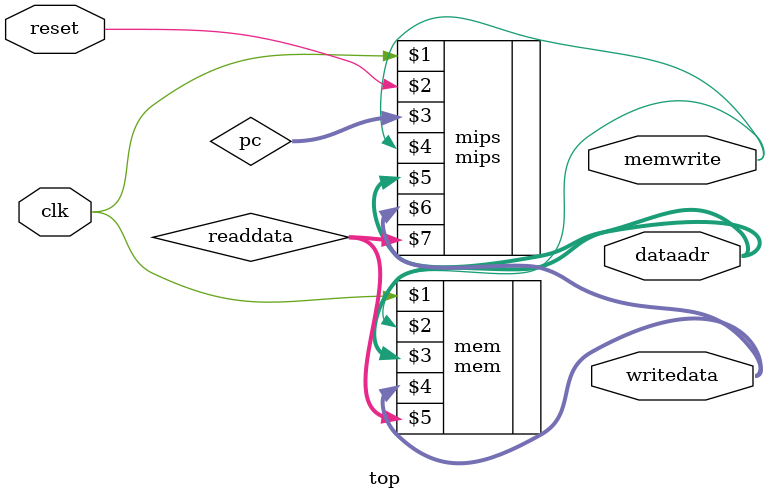
<source format=sv>
module top(input logic clk, reset,
            output logic [31:0] writedata, dataadr,
            output logic memwrite);
  logic [31:0] pc, readdata;
  // instantiate processor and memories
  mips mips(clk, reset, pc, memwrite, dataadr, writedata, readdata);
  mem mem(clk, memwrite, dataadr, writedata, readdata);
endmodule

</source>
